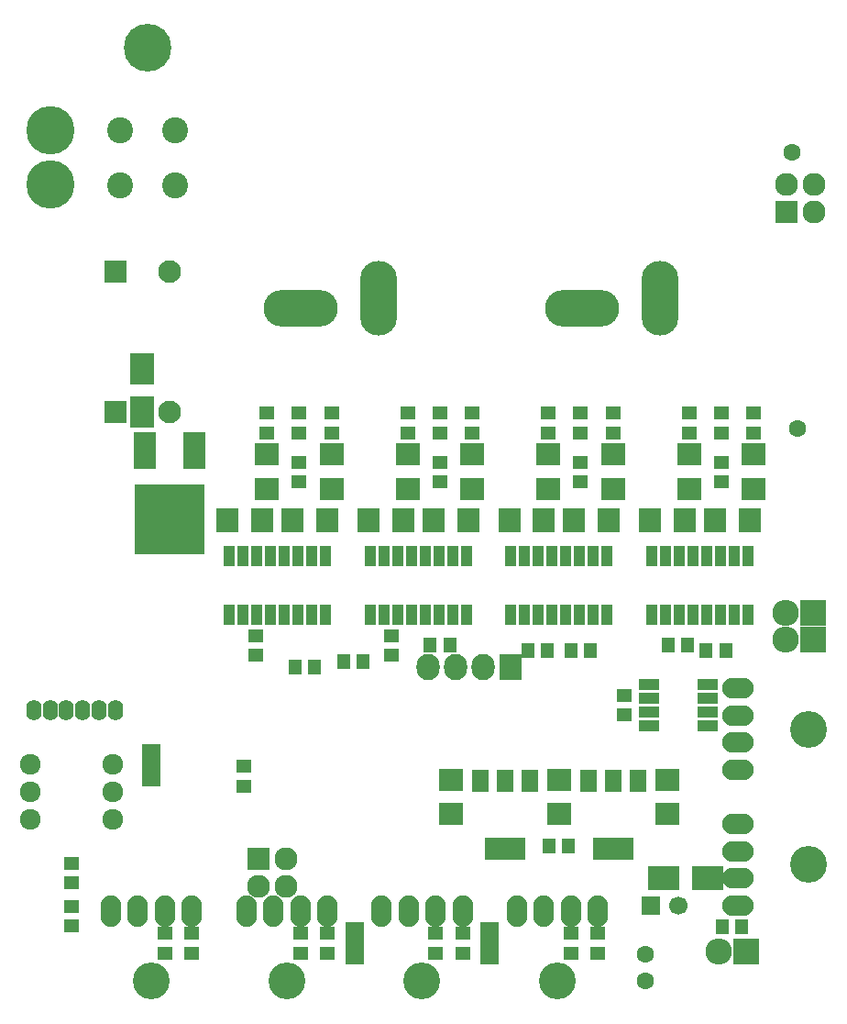
<source format=gbr>
G04 #@! TF.FileFunction,Soldermask,Bot*
%FSLAX46Y46*%
G04 Gerber Fmt 4.6, Leading zero omitted, Abs format (unit mm)*
G04 Created by KiCad (PCBNEW 4.0.4-stable) date 12/09/16 11:07:53*
%MOMM*%
%LPD*%
G01*
G04 APERTURE LIST*
%ADD10C,0.100000*%
%ADD11R,1.950000X1.000000*%
%ADD12R,1.000000X1.900000*%
%ADD13R,1.400000X1.200000*%
%ADD14O,2.900000X1.900000*%
%ADD15C,3.400000*%
%ADD16C,2.100000*%
%ADD17R,2.100000X2.100000*%
%ADD18O,1.900000X2.900000*%
%ADD19R,2.051000X3.448000*%
%ADD20R,6.496000X6.496000*%
%ADD21C,1.700000*%
%ADD22R,1.700000X1.700000*%
%ADD23R,2.000000X2.200000*%
%ADD24R,2.200000X2.000000*%
%ADD25R,2.432000X2.432000*%
%ADD26O,2.432000X2.432000*%
%ADD27C,2.400000*%
%ADD28C,4.400000*%
%ADD29R,1.200000X1.400000*%
%ADD30O,1.400000X1.924000*%
%ADD31C,1.924000*%
%ADD32R,2.899360X2.200860*%
%ADD33R,1.670000X1.365200*%
%ADD34R,2.200860X2.899360*%
%ADD35R,1.600000X2.100000*%
%ADD36R,3.700000X2.100000*%
%ADD37C,4.464000*%
%ADD38C,1.600000*%
%ADD39R,2.127200X2.127200*%
%ADD40O,2.127200X2.127200*%
%ADD41R,2.127200X2.432000*%
%ADD42O,2.127200X2.432000*%
%ADD43O,3.400000X6.900000*%
%ADD44O,6.851600X3.400000*%
G04 APERTURE END LIST*
D10*
D11*
X58800000Y-66905000D03*
X58800000Y-65635000D03*
X58800000Y-64365000D03*
X58800000Y-63095000D03*
X64200000Y-63095000D03*
X64200000Y-64365000D03*
X64200000Y-65635000D03*
X64200000Y-66905000D03*
D12*
X41945000Y-56700000D03*
X40675000Y-56700000D03*
X39405000Y-56700000D03*
X38135000Y-56700000D03*
X36865000Y-56700000D03*
X35595000Y-56700000D03*
X34325000Y-56700000D03*
X33055000Y-56700000D03*
X33055000Y-51300000D03*
X34325000Y-51300000D03*
X35595000Y-51300000D03*
X36865000Y-51300000D03*
X38135000Y-51300000D03*
X39405000Y-51300000D03*
X40675000Y-51300000D03*
X41945000Y-51300000D03*
D13*
X22500000Y-58600000D03*
X22500000Y-60400000D03*
D14*
X67000000Y-71000000D03*
X67000000Y-68500000D03*
X67000000Y-66000000D03*
X67000000Y-63500000D03*
D15*
X73500000Y-67250000D03*
D16*
X14500000Y-25000000D03*
D17*
X9500000Y-25000000D03*
D18*
X21600000Y-84000000D03*
X24100000Y-84000000D03*
X26600000Y-84000000D03*
X29100000Y-84000000D03*
D15*
X25350000Y-90500000D03*
D19*
X12214000Y-41500000D03*
D20*
X14500000Y-47850000D03*
D19*
X16786000Y-41500000D03*
D18*
X34100000Y-84000000D03*
X36600000Y-84000000D03*
X39100000Y-84000000D03*
X41600000Y-84000000D03*
D15*
X37850000Y-90500000D03*
D21*
X61500000Y-83500000D03*
D22*
X59000000Y-83500000D03*
D14*
X67000000Y-83500000D03*
X67000000Y-81000000D03*
X67000000Y-78500000D03*
X67000000Y-76000000D03*
D15*
X73500000Y-79750000D03*
D23*
X42100000Y-48000000D03*
X38900000Y-48000000D03*
X36100000Y-48000000D03*
X32900000Y-48000000D03*
X29100000Y-48000000D03*
X25900000Y-48000000D03*
X23100000Y-48000000D03*
X19900000Y-48000000D03*
X68100000Y-48000000D03*
X64900000Y-48000000D03*
X62100000Y-48000000D03*
X58900000Y-48000000D03*
X55100000Y-48000000D03*
X51900000Y-48000000D03*
X49100000Y-48000000D03*
X45900000Y-48000000D03*
D24*
X42500000Y-41900000D03*
X42500000Y-45100000D03*
X29500000Y-41900000D03*
X29500000Y-45100000D03*
X68500000Y-41900000D03*
X68500000Y-45100000D03*
X55500000Y-41900000D03*
X55500000Y-45100000D03*
D25*
X67800000Y-87800000D03*
D26*
X65260000Y-87800000D03*
D12*
X28945000Y-56700000D03*
X27675000Y-56700000D03*
X26405000Y-56700000D03*
X25135000Y-56700000D03*
X23865000Y-56700000D03*
X22595000Y-56700000D03*
X21325000Y-56700000D03*
X20055000Y-56700000D03*
X20055000Y-51300000D03*
X21325000Y-51300000D03*
X22595000Y-51300000D03*
X23865000Y-51300000D03*
X25135000Y-51300000D03*
X26405000Y-51300000D03*
X27675000Y-51300000D03*
X28945000Y-51300000D03*
X67945000Y-56700000D03*
X66675000Y-56700000D03*
X65405000Y-56700000D03*
X64135000Y-56700000D03*
X62865000Y-56700000D03*
X61595000Y-56700000D03*
X60325000Y-56700000D03*
X59055000Y-56700000D03*
X59055000Y-51300000D03*
X60325000Y-51300000D03*
X61595000Y-51300000D03*
X62865000Y-51300000D03*
X64135000Y-51300000D03*
X65405000Y-51300000D03*
X66675000Y-51300000D03*
X67945000Y-51300000D03*
X54945000Y-56700000D03*
X53675000Y-56700000D03*
X52405000Y-56700000D03*
X51135000Y-56700000D03*
X49865000Y-56700000D03*
X48595000Y-56700000D03*
X47325000Y-56700000D03*
X46055000Y-56700000D03*
X46055000Y-51300000D03*
X47325000Y-51300000D03*
X48595000Y-51300000D03*
X49865000Y-51300000D03*
X51135000Y-51300000D03*
X52405000Y-51300000D03*
X53675000Y-51300000D03*
X54945000Y-51300000D03*
D27*
X15040000Y-12000000D03*
X15040000Y-17080000D03*
X9960000Y-12000000D03*
X9960000Y-17080000D03*
D28*
X12500000Y-4380000D03*
D13*
X5500000Y-85400000D03*
X5500000Y-83600000D03*
D29*
X38600000Y-59500000D03*
X40400000Y-59500000D03*
X64100000Y-60000000D03*
X65900000Y-60000000D03*
X51600000Y-60000000D03*
X53400000Y-60000000D03*
D13*
X5500000Y-79600000D03*
X5500000Y-81400000D03*
X21400000Y-72500000D03*
X21400000Y-70700000D03*
X35000000Y-58600000D03*
X35000000Y-60400000D03*
X39500000Y-42600000D03*
X39500000Y-44400000D03*
X26500000Y-42600000D03*
X26500000Y-44400000D03*
D29*
X60600000Y-59500000D03*
X62400000Y-59500000D03*
X47600000Y-60000000D03*
X49400000Y-60000000D03*
D13*
X65500000Y-42600000D03*
X65500000Y-44400000D03*
X52500000Y-42600000D03*
X52500000Y-44400000D03*
D29*
X67400000Y-85500000D03*
X65600000Y-85500000D03*
D13*
X39500000Y-39900000D03*
X39500000Y-38100000D03*
X26500000Y-39900000D03*
X26500000Y-38100000D03*
X65500000Y-39900000D03*
X65500000Y-38100000D03*
X52500000Y-39900000D03*
X52500000Y-38100000D03*
D24*
X36500000Y-41900000D03*
X36500000Y-45100000D03*
X23500000Y-41900000D03*
X23500000Y-45100000D03*
X62500000Y-41900000D03*
X62500000Y-45100000D03*
X49500000Y-41900000D03*
X49500000Y-45100000D03*
D13*
X42500000Y-38100000D03*
X42500000Y-39900000D03*
X29500000Y-38100000D03*
X29500000Y-39900000D03*
X36500000Y-38100000D03*
X36500000Y-39900000D03*
X68500000Y-38100000D03*
X68500000Y-39900000D03*
X55500000Y-38100000D03*
X55500000Y-39900000D03*
X49500000Y-38100000D03*
X49500000Y-39900000D03*
X23500000Y-38100000D03*
X23500000Y-39900000D03*
X62500000Y-38100000D03*
X62500000Y-39900000D03*
D24*
X40500000Y-71900000D03*
X40500000Y-75100000D03*
D30*
X2000000Y-65500000D03*
X3500000Y-65500000D03*
X5000000Y-65500000D03*
X6500000Y-65500000D03*
X8000000Y-65500000D03*
X9500000Y-65500000D03*
D31*
X9310000Y-75540000D03*
X9310000Y-73000000D03*
X9310000Y-70460000D03*
X1690000Y-70460000D03*
X1690000Y-73000000D03*
X1690000Y-75540000D03*
D16*
X14500000Y-38000000D03*
D17*
X9500000Y-38000000D03*
D13*
X56500000Y-65900000D03*
X56500000Y-64100000D03*
D32*
X64198980Y-81000000D03*
X60201020Y-81000000D03*
D33*
X12800000Y-69330000D03*
X12800000Y-70600000D03*
X12800000Y-71870000D03*
D18*
X9100000Y-84000000D03*
X11600000Y-84000000D03*
X14100000Y-84000000D03*
X16600000Y-84000000D03*
D15*
X12850000Y-90500000D03*
D18*
X46600000Y-84000000D03*
X49100000Y-84000000D03*
X51600000Y-84000000D03*
X54100000Y-84000000D03*
D15*
X50350000Y-90500000D03*
D29*
X27900000Y-61500000D03*
X26100000Y-61500000D03*
D13*
X14100000Y-87900000D03*
X14100000Y-86100000D03*
X16600000Y-87900000D03*
X16600000Y-86100000D03*
X51600000Y-87900000D03*
X51600000Y-86100000D03*
X54100000Y-87900000D03*
X54100000Y-86100000D03*
D34*
X12000000Y-34001020D03*
X12000000Y-37998980D03*
D24*
X60500000Y-71900000D03*
X60500000Y-75100000D03*
X50500000Y-71900000D03*
X50500000Y-75100000D03*
D35*
X53200000Y-72000000D03*
X55500000Y-72000000D03*
X57800000Y-72000000D03*
D36*
X55500000Y-78300000D03*
D35*
X43200000Y-72000000D03*
X45500000Y-72000000D03*
X47800000Y-72000000D03*
D36*
X45500000Y-78300000D03*
D37*
X3500000Y-12000000D03*
X3500000Y-17000000D03*
D38*
X58500000Y-88000000D03*
X58500000Y-90500000D03*
X72000000Y-14000000D03*
X72500000Y-39500000D03*
D39*
X71500000Y-19500000D03*
D40*
X74040000Y-19500000D03*
X71500000Y-16960000D03*
X74040000Y-16960000D03*
D33*
X31600000Y-85730000D03*
X31600000Y-87000000D03*
X31600000Y-88270000D03*
X44100000Y-85730000D03*
X44100000Y-87000000D03*
X44100000Y-88270000D03*
D13*
X26600000Y-87900000D03*
X26600000Y-86100000D03*
X29100000Y-87900000D03*
X29100000Y-86100000D03*
X39100000Y-87900000D03*
X39100000Y-86100000D03*
X41600000Y-87900000D03*
X41600000Y-86100000D03*
D29*
X49600000Y-78000000D03*
X51400000Y-78000000D03*
D41*
X46000000Y-61500000D03*
D42*
X43460000Y-61500000D03*
X40920000Y-61500000D03*
X38380000Y-61500000D03*
D25*
X74000000Y-56500000D03*
D26*
X71460000Y-56500000D03*
D25*
X74000000Y-59000000D03*
D26*
X71460000Y-59000000D03*
D29*
X32400000Y-61000000D03*
X30600000Y-61000000D03*
D43*
X33800000Y-27500000D03*
D44*
X26600000Y-28400000D03*
D43*
X59800000Y-27500000D03*
D44*
X52600000Y-28400000D03*
D39*
X22700000Y-79200000D03*
D40*
X22700000Y-81740000D03*
X25240000Y-79200000D03*
X25240000Y-81740000D03*
M02*

</source>
